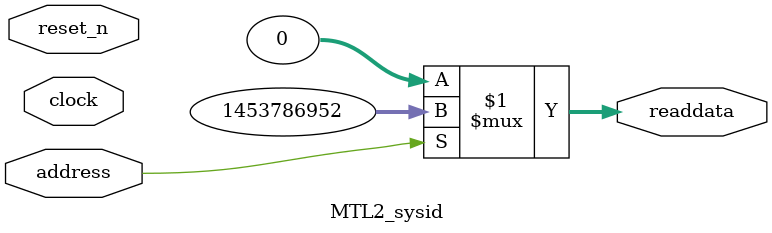
<source format=v>

`timescale 1ns / 1ps
// synthesis translate_on

// turn off superfluous verilog processor warnings 
// altera message_level Level1 
// altera message_off 10034 10035 10036 10037 10230 10240 10030 

module MTL2_sysid (
               // inputs:
                address,
                clock,
                reset_n,

               // outputs:
                readdata
             )
;

  output  [ 31: 0] readdata;
  input            address;
  input            clock;
  input            reset_n;

  wire    [ 31: 0] readdata;
  //control_slave, which is an e_avalon_slave
  assign readdata = address ? 1453786952 : 0;

endmodule




</source>
